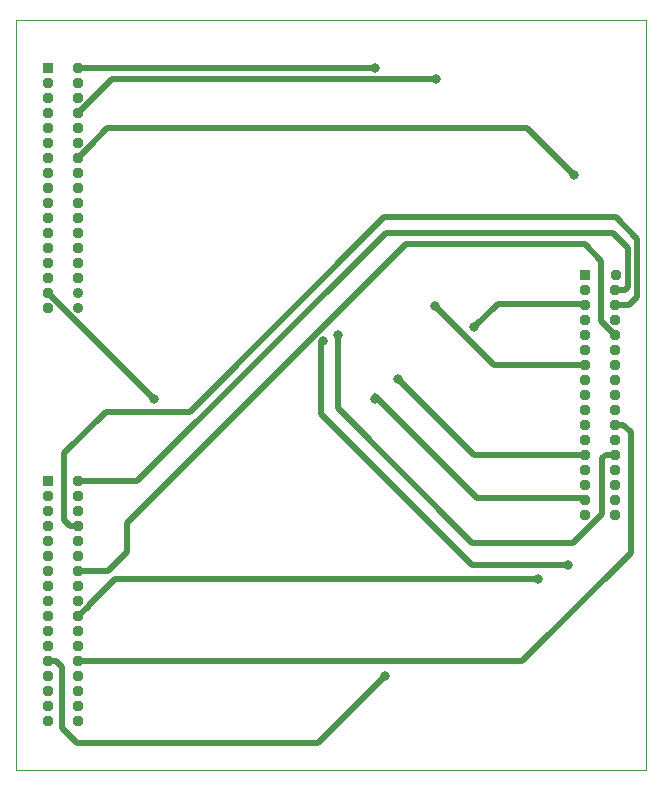
<source format=gbr>
%TF.GenerationSoftware,KiCad,Pcbnew,7.0.7*%
%TF.CreationDate,2023-09-14T15:53:41-04:00*%
%TF.ProjectId,Heater_South_DCT_HSK,48656174-6572-45f5-936f-7574685f4443,rev?*%
%TF.SameCoordinates,Original*%
%TF.FileFunction,Copper,L2,Bot*%
%TF.FilePolarity,Positive*%
%FSLAX46Y46*%
G04 Gerber Fmt 4.6, Leading zero omitted, Abs format (unit mm)*
G04 Created by KiCad (PCBNEW 7.0.7) date 2023-09-14 15:53:41*
%MOMM*%
%LPD*%
G01*
G04 APERTURE LIST*
%TA.AperFunction,ComponentPad*%
%ADD10R,0.940800X0.940800*%
%TD*%
%TA.AperFunction,ComponentPad*%
%ADD11C,0.940800*%
%TD*%
%TA.AperFunction,ComponentPad*%
%ADD12C,0.890000*%
%TD*%
%TA.AperFunction,ViaPad*%
%ADD13C,0.800000*%
%TD*%
%TA.AperFunction,Conductor*%
%ADD14C,0.508000*%
%TD*%
%TA.AperFunction,Profile*%
%ADD15C,0.100000*%
%TD*%
G04 APERTURE END LIST*
D10*
%TO.P,J2,1,Pin_1*%
%TO.N,/HB2_1*%
X104256840Y-89890600D03*
D11*
%TO.P,J2,2,Pin_2*%
%TO.N,/HB2_2*%
X106817160Y-89890600D03*
%TO.P,J2,3,Pin_3*%
%TO.N,unconnected-(J2-Pin_3-Pad3)*%
X104267000Y-91160600D03*
%TO.P,J2,4,Pin_4*%
%TO.N,unconnected-(J2-Pin_4-Pad4)*%
X106807000Y-91160600D03*
%TO.P,J2,5,Pin_5*%
%TO.N,unconnected-(J2-Pin_5-Pad5)*%
X104267000Y-92430600D03*
%TO.P,J2,6,Pin_6*%
%TO.N,unconnected-(J2-Pin_6-Pad6)*%
X106807000Y-92430600D03*
%TO.P,J2,7,Pin_7*%
%TO.N,/HB2_7*%
X104267000Y-93700600D03*
%TO.P,J2,8,Pin_8*%
%TO.N,/HB2_8*%
X106807000Y-93700600D03*
%TO.P,J2,9,Pin_9*%
%TO.N,unconnected-(J2-Pin_9-Pad9)*%
X104267000Y-94970600D03*
%TO.P,J2,10,Pin_10*%
%TO.N,unconnected-(J2-Pin_10-Pad10)*%
X106807000Y-94970600D03*
%TO.P,J2,11,Pin_11*%
%TO.N,unconnected-(J2-Pin_11-Pad11)*%
X104267000Y-96240600D03*
%TO.P,J2,12,Pin_12*%
%TO.N,unconnected-(J2-Pin_12-Pad12)*%
X106807000Y-96240600D03*
%TO.P,J2,13,Pin_13*%
%TO.N,/HB2_13*%
X104267000Y-97510600D03*
%TO.P,J2,14,Pin_14*%
%TO.N,/HB2_14*%
X106807000Y-97510600D03*
%TO.P,J2,15,Pin_15*%
%TO.N,unconnected-(J2-Pin_15-Pad15)*%
X104267000Y-98780600D03*
%TO.P,J2,16,Pin_16*%
%TO.N,unconnected-(J2-Pin_16-Pad16)*%
X106807000Y-98780600D03*
%TO.P,J2,17,Pin_17*%
%TO.N,unconnected-(J2-Pin_17-Pad17)*%
X104267000Y-100050600D03*
%TO.P,J2,18,Pin_18*%
%TO.N,unconnected-(J2-Pin_18-Pad18)*%
X106807000Y-100050600D03*
%TO.P,J2,19,Pin_19*%
%TO.N,/HB2_19*%
X104267000Y-101320600D03*
%TO.P,J2,20,Pin_20*%
%TO.N,/HB2_20*%
X106807000Y-101320600D03*
%TO.P,J2,21,Pin_21*%
%TO.N,unconnected-(J2-Pin_21-Pad21)*%
X104267000Y-102590600D03*
%TO.P,J2,22,Pin_22*%
%TO.N,unconnected-(J2-Pin_22-Pad22)*%
X106807000Y-102590600D03*
%TO.P,J2,23,Pin_23*%
%TO.N,unconnected-(J2-Pin_23-Pad23)*%
X104267000Y-103860600D03*
%TO.P,J2,24,Pin_24*%
%TO.N,unconnected-(J2-Pin_24-Pad24)*%
X106807000Y-103860600D03*
%TO.P,J2,25,Pin_25*%
%TO.N,/HB2_25*%
X104267000Y-105130600D03*
%TO.P,J2,26,Pin_26*%
%TO.N,/HB2_26*%
X106807000Y-105130600D03*
%TO.P,J2,27,Pin_27*%
%TO.N,unconnected-(J2-Pin_27-Pad27)*%
X104267000Y-106400600D03*
%TO.P,J2,28,Pin_28*%
%TO.N,unconnected-(J2-Pin_28-Pad28)*%
X106807000Y-106400600D03*
%TO.P,J2,29,Pin_29*%
%TO.N,unconnected-(J2-Pin_29-Pad29)*%
X104267000Y-107670600D03*
%TO.P,J2,30,Pin_30*%
%TO.N,unconnected-(J2-Pin_30-Pad30)*%
X106807000Y-107670600D03*
%TO.P,J2,31,Pin_31*%
%TO.N,unconnected-(J2-Pin_31-Pad31)*%
X104267000Y-108940600D03*
%TO.P,J2,32,Pin_32*%
%TO.N,unconnected-(J2-Pin_32-Pad32)*%
X106807000Y-108940600D03*
%TO.P,J2,33,Pin_33*%
%TO.N,unconnected-(J2-Pin_33-Pad33)*%
X104267000Y-110210600D03*
%TO.P,J2,34,Pin_34*%
%TO.N,unconnected-(J2-Pin_34-Pad34)*%
X106807000Y-110210600D03*
%TD*%
D10*
%TO.P,J3,1,Pin_1*%
%TO.N,/HB1_1*%
X149773640Y-72390000D03*
D11*
%TO.P,J3,2,Pin_2*%
%TO.N,/HB1_2*%
X152333960Y-72390000D03*
%TO.P,J3,3,Pin_3*%
%TO.N,/HB2_1*%
X149783800Y-73660000D03*
%TO.P,J3,4,Pin_4*%
%TO.N,/HB2_2*%
X152323800Y-73660000D03*
%TO.P,J3,5,Pin_5*%
%TO.N,/HB2_7*%
X149783800Y-74930000D03*
%TO.P,J3,6,Pin_6*%
%TO.N,/HB2_8*%
X152323800Y-74930000D03*
%TO.P,J3,7,Pin_7*%
%TO.N,/HB1_7*%
X149783800Y-76200000D03*
%TO.P,J3,8,Pin_8*%
%TO.N,/HB1_8*%
X152323800Y-76200000D03*
%TO.P,J3,9,Pin_9*%
%TO.N,/HB2_13*%
X149783800Y-77470000D03*
%TO.P,J3,10,Pin_10*%
%TO.N,/HB2_14*%
X152323800Y-77470000D03*
%TO.P,J3,11,Pin_11*%
%TO.N,/HB2_19*%
X149783800Y-78740000D03*
%TO.P,J3,12,Pin_12*%
%TO.N,/HB2_20*%
X152323800Y-78740000D03*
%TO.P,J3,13,Pin_13*%
%TO.N,/HB1_13*%
X149783800Y-80010000D03*
%TO.P,J3,14,Pin_14*%
%TO.N,/HB1_14*%
X152323800Y-80010000D03*
%TO.P,J3,15,Pin_15*%
%TO.N,unconnected-(J3-Pin_15-Pad15)*%
X149783800Y-81280000D03*
%TO.P,J3,16,Pin_16*%
%TO.N,unconnected-(J3-Pin_16-Pad16)*%
X152323800Y-81280000D03*
%TO.P,J3,17,Pin_17*%
%TO.N,unconnected-(J3-Pin_17-Pad17)*%
X149783800Y-82550000D03*
%TO.P,J3,18,Pin_18*%
%TO.N,unconnected-(J3-Pin_18-Pad18)*%
X152323800Y-82550000D03*
%TO.P,J3,19,Pin_19*%
%TO.N,unconnected-(J3-Pin_19-Pad19)*%
X149783800Y-83820000D03*
%TO.P,J3,20,Pin_20*%
%TO.N,unconnected-(J3-Pin_20-Pad20)*%
X152323800Y-83820000D03*
%TO.P,J3,21,Pin_21*%
%TO.N,/HB2_25*%
X149783800Y-85090000D03*
%TO.P,J3,22,Pin_22*%
%TO.N,/HB2_26*%
X152323800Y-85090000D03*
%TO.P,J3,23,Pin_23*%
%TO.N,unconnected-(J3-Pin_23-Pad23)*%
X149783800Y-86360000D03*
%TO.P,J3,24,Pin_24*%
%TO.N,unconnected-(J3-Pin_24-Pad24)*%
X152323800Y-86360000D03*
%TO.P,J3,25,Pin_25*%
%TO.N,/HB1_25*%
X149783800Y-87630000D03*
%TO.P,J3,26,Pin_26*%
%TO.N,/HB1_26*%
X152323800Y-87630000D03*
%TO.P,J3,27,Pin_27*%
%TO.N,unconnected-(J3-Pin_27-Pad27)*%
X149783800Y-88900000D03*
%TO.P,J3,28,Pin_28*%
%TO.N,unconnected-(J3-Pin_28-Pad28)*%
X152323800Y-88900000D03*
%TO.P,J3,29,Pin_29*%
%TO.N,unconnected-(J3-Pin_29-Pad29)*%
X149783800Y-90170000D03*
%TO.P,J3,30,Pin_30*%
%TO.N,unconnected-(J3-Pin_30-Pad30)*%
X152323800Y-90170000D03*
%TO.P,J3,31,Pin_31*%
%TO.N,/HB1_31*%
X149783800Y-91440000D03*
%TO.P,J3,32,Pin_32*%
%TO.N,/HB1_32*%
X152323800Y-91440000D03*
%TO.P,J3,33,Pin_33*%
%TO.N,unconnected-(J3-Pin_33-Pad33)*%
X149783800Y-92710000D03*
%TO.P,J3,34,Pin_34*%
%TO.N,unconnected-(J3-Pin_34-Pad34)*%
X152323800Y-92710000D03*
%TD*%
D10*
%TO.P,J1,1,Pin_1*%
%TO.N,/HB1_1*%
X104256840Y-54864000D03*
D11*
%TO.P,J1,2,Pin_2*%
%TO.N,/HB1_2*%
X106817160Y-54864000D03*
%TO.P,J1,3,Pin_3*%
%TO.N,unconnected-(J1-Pin_3-Pad3)*%
X104267000Y-56134000D03*
%TO.P,J1,4,Pin_4*%
%TO.N,unconnected-(J1-Pin_4-Pad4)*%
X106807000Y-56134000D03*
%TO.P,J1,5,Pin_5*%
%TO.N,unconnected-(J1-Pin_5-Pad5)*%
X104267000Y-57404000D03*
%TO.P,J1,6,Pin_6*%
%TO.N,unconnected-(J1-Pin_6-Pad6)*%
X106807000Y-57404000D03*
%TO.P,J1,7,Pin_7*%
%TO.N,/HB1_7*%
X104267000Y-58674000D03*
%TO.P,J1,8,Pin_8*%
%TO.N,/HB1_8*%
X106807000Y-58674000D03*
%TO.P,J1,9,Pin_9*%
%TO.N,unconnected-(J1-Pin_9-Pad9)*%
X104267000Y-59944000D03*
%TO.P,J1,10,Pin_10*%
%TO.N,unconnected-(J1-Pin_10-Pad10)*%
X106807000Y-59944000D03*
%TO.P,J1,11,Pin_11*%
%TO.N,unconnected-(J1-Pin_11-Pad11)*%
X104267000Y-61214000D03*
%TO.P,J1,12,Pin_12*%
%TO.N,unconnected-(J1-Pin_12-Pad12)*%
X106807000Y-61214000D03*
%TO.P,J1,13,Pin_13*%
%TO.N,/HB1_13*%
X104267000Y-62484000D03*
%TO.P,J1,14,Pin_14*%
%TO.N,/HB1_14*%
X106807000Y-62484000D03*
%TO.P,J1,15,Pin_15*%
%TO.N,unconnected-(J1-Pin_15-Pad15)*%
X104267000Y-63754000D03*
%TO.P,J1,16,Pin_16*%
%TO.N,unconnected-(J1-Pin_16-Pad16)*%
X106807000Y-63754000D03*
%TO.P,J1,17,Pin_17*%
%TO.N,unconnected-(J1-Pin_17-Pad17)*%
X104267000Y-65024000D03*
%TO.P,J1,18,Pin_18*%
%TO.N,unconnected-(J1-Pin_18-Pad18)*%
X106807000Y-65024000D03*
%TO.P,J1,19,Pin_19*%
%TO.N,unconnected-(J1-Pin_19-Pad19)*%
X104267000Y-66294000D03*
%TO.P,J1,20,Pin_20*%
%TO.N,unconnected-(J1-Pin_20-Pad20)*%
X106807000Y-66294000D03*
%TO.P,J1,21,Pin_21*%
%TO.N,unconnected-(J1-Pin_21-Pad21)*%
X104267000Y-67564000D03*
%TO.P,J1,22,Pin_22*%
%TO.N,unconnected-(J1-Pin_22-Pad22)*%
X106807000Y-67564000D03*
%TO.P,J1,23,Pin_23*%
%TO.N,unconnected-(J1-Pin_23-Pad23)*%
X104267000Y-68834000D03*
%TO.P,J1,24,Pin_24*%
%TO.N,unconnected-(J1-Pin_24-Pad24)*%
X106807000Y-68834000D03*
%TO.P,J1,25,Pin_25*%
%TO.N,/HB1_25*%
X104267000Y-70104000D03*
%TO.P,J1,26,Pin_26*%
%TO.N,/HB1_26*%
X106807000Y-70104000D03*
%TO.P,J1,27,Pin_27*%
%TO.N,unconnected-(J1-Pin_27-Pad27)*%
X104267000Y-71374000D03*
%TO.P,J1,28,Pin_28*%
%TO.N,unconnected-(J1-Pin_28-Pad28)*%
X106807000Y-71374000D03*
%TO.P,J1,29,Pin_29*%
%TO.N,unconnected-(J1-Pin_29-Pad29)*%
X104267000Y-72644000D03*
%TO.P,J1,30,Pin_30*%
%TO.N,unconnected-(J1-Pin_30-Pad30)*%
X106807000Y-72644000D03*
%TO.P,J1,31,Pin_31*%
%TO.N,/HB1_31*%
X104267000Y-73914000D03*
D12*
%TO.P,J1,32,Pin_32*%
%TO.N,/HB1_32*%
X106807000Y-73914000D03*
D11*
%TO.P,J1,33,Pin_33*%
%TO.N,unconnected-(J1-Pin_33-Pad33)*%
X104267000Y-75184000D03*
D12*
%TO.P,J1,34,Pin_34*%
%TO.N,unconnected-(J1-Pin_34-Pad34)*%
X106807000Y-75184000D03*
%TD*%
D13*
%TO.N,/HB1_2*%
X131946916Y-54870084D03*
%TO.N,/HB1_8*%
X137109200Y-55803800D03*
%TO.N,/HB1_13*%
X137002000Y-75005600D03*
%TO.N,/HB1_14*%
X148773400Y-63977000D03*
%TO.N,/HB1_25*%
X133902000Y-81205600D03*
%TO.N,/HB1_26*%
X128802000Y-77470000D03*
%TO.N,/HB1_31*%
X113257222Y-82905600D03*
X132002000Y-82905600D03*
%TO.N,/HB1_32*%
X148285200Y-97005600D03*
X127602000Y-78005600D03*
%TO.N,/HB2_7*%
X140379200Y-76828400D03*
%TO.N,/HB2_20*%
X145762000Y-98145600D03*
%TO.N,/HB2_25*%
X132791200Y-106349800D03*
%TD*%
D14*
%TO.N,/HB1_2*%
X131946916Y-54870084D02*
X131927600Y-54889400D01*
X106842560Y-54889400D02*
X106817160Y-54864000D01*
X131927600Y-54889400D02*
X106842560Y-54889400D01*
%TO.N,/HB1_8*%
X106844300Y-58674000D02*
X106807000Y-58674000D01*
X109714500Y-55803800D02*
X106844300Y-58674000D01*
X137109200Y-55803800D02*
X109714500Y-55803800D01*
%TO.N,/HB1_13*%
X137002000Y-75005600D02*
X142031800Y-80035400D01*
X149758400Y-80035400D02*
X149783800Y-80010000D01*
X142031800Y-80035400D02*
X149758400Y-80035400D01*
%TO.N,/HB1_14*%
X144791200Y-59994800D02*
X109296200Y-59994800D01*
X107731400Y-61559600D02*
X107731400Y-61596900D01*
X148773400Y-63977000D02*
X144791200Y-59994800D01*
X109296200Y-59994800D02*
X107731400Y-61559600D01*
X107731400Y-61596900D02*
X106844300Y-62484000D01*
X106844300Y-62484000D02*
X106807000Y-62484000D01*
%TO.N,/HB1_25*%
X133902000Y-81205600D02*
X140326400Y-87630000D01*
X140326400Y-87630000D02*
X149783800Y-87630000D01*
%TO.N,/HB1_26*%
X151206200Y-92667200D02*
X148767800Y-95105600D01*
X140202000Y-95105600D02*
X148767800Y-95105600D01*
X128802000Y-77470000D02*
X128802000Y-83705600D01*
X151206200Y-87909400D02*
X151206200Y-92667200D01*
X152323800Y-87630000D02*
X151485600Y-87630000D01*
X128802000Y-83705600D02*
X140202000Y-95105600D01*
X151485600Y-87630000D02*
X151206200Y-87909400D01*
%TO.N,/HB1_31*%
X132002000Y-82705600D02*
X140634800Y-91338400D01*
X140634800Y-91338400D02*
X149682200Y-91338400D01*
X105908000Y-75517700D02*
X104304300Y-73914000D01*
X104304300Y-73914000D02*
X104267000Y-73914000D01*
X113257222Y-82905600D02*
X105908000Y-75556378D01*
X105908000Y-75556378D02*
X105908000Y-75517700D01*
X149682200Y-91338400D02*
X149783800Y-91440000D01*
%TO.N,/HB1_32*%
X127402000Y-84205600D02*
X127402000Y-78205600D01*
X148285200Y-97005600D02*
X140202000Y-97005600D01*
X140202000Y-97005600D02*
X127402000Y-84205600D01*
X127402000Y-78205600D02*
X127602000Y-78005600D01*
%TO.N,/HB2_2*%
X153416000Y-70119600D02*
X152130400Y-68834000D01*
X111817000Y-89890600D02*
X106817160Y-89890600D01*
X152130400Y-68834000D02*
X132873600Y-68834000D01*
X153416000Y-73406000D02*
X153416000Y-70119600D01*
X132873600Y-68834000D02*
X111817000Y-89890600D01*
X153162000Y-73660000D02*
X153416000Y-73406000D01*
X152323800Y-73660000D02*
X153162000Y-73660000D01*
%TO.N,/HB2_7*%
X140379200Y-76828400D02*
X142353800Y-74853800D01*
X142353800Y-74853800D02*
X149707600Y-74853800D01*
X149707600Y-74853800D02*
X149783800Y-74930000D01*
%TO.N,/HB2_8*%
X153441400Y-74930000D02*
X154124000Y-74247400D01*
X116284400Y-84023200D02*
X109169200Y-84023200D01*
X154124000Y-69338800D02*
X152330524Y-67545324D01*
X105664000Y-87528400D02*
X105664000Y-93192600D01*
X154124000Y-74247400D02*
X154124000Y-69338800D01*
X152323800Y-74930000D02*
X153441400Y-74930000D01*
X105664000Y-93192600D02*
X106172000Y-93700600D01*
X132762276Y-67545324D02*
X116284400Y-84023200D01*
X106172000Y-93700600D02*
X106807000Y-93700600D01*
X109169200Y-84023200D02*
X105664000Y-87528400D01*
X152330524Y-67545324D02*
X132762276Y-67545324D01*
%TO.N,/HB2_14*%
X110998000Y-95859600D02*
X109347000Y-97510600D01*
X134594261Y-69805600D02*
X110998000Y-93401861D01*
X109347000Y-97510600D02*
X106807000Y-97510600D01*
X152323800Y-77470000D02*
X152286500Y-77470000D01*
X149702000Y-69805600D02*
X134594261Y-69805600D01*
X151104600Y-71208200D02*
X149702000Y-69805600D01*
X110998000Y-93401861D02*
X110998000Y-95859600D01*
X151104600Y-76288100D02*
X151104600Y-71208200D01*
X152286500Y-77470000D02*
X151104600Y-76288100D01*
%TO.N,/HB2_20*%
X145762000Y-98145600D02*
X109982000Y-98145600D01*
X107731400Y-100433500D02*
X106844300Y-101320600D01*
X109982000Y-98145600D02*
X107731400Y-100396200D01*
X107731400Y-100396200D02*
X107731400Y-100433500D01*
X106844300Y-101320600D02*
X106807000Y-101320600D01*
%TO.N,/HB2_25*%
X104995500Y-105130600D02*
X104267000Y-105130600D01*
X127127000Y-112014000D02*
X106705400Y-112014000D01*
X132791200Y-106349800D02*
X127127000Y-112014000D01*
X106705400Y-112014000D02*
X105460800Y-110769400D01*
X105460800Y-110769400D02*
X105460800Y-105595900D01*
X105460800Y-105595900D02*
X104995500Y-105130600D01*
%TO.N,/HB2_26*%
X152989046Y-85090000D02*
X152323800Y-85090000D01*
X153619200Y-95935800D02*
X153619200Y-85720154D01*
X106807000Y-105130600D02*
X144424400Y-105130600D01*
X153619200Y-85720154D02*
X152989046Y-85090000D01*
X144424400Y-105130600D02*
X153619200Y-95935800D01*
%TD*%
D15*
X101600000Y-50800000D02*
X154940000Y-50800000D01*
X154940000Y-114300000D01*
X101600000Y-114300000D01*
X101600000Y-50800000D01*
M02*

</source>
